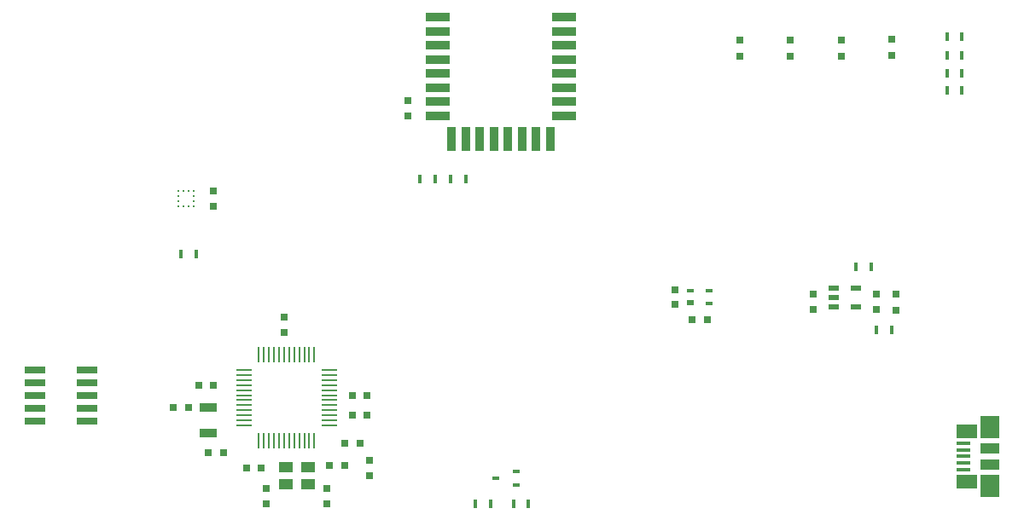
<source format=gtp>
G04 #@! TF.FileFunction,Paste,Top*
%FSLAX45Y45*%
G04 Gerber Fmt 4.5, Leading zero omitted, Abs format (unit mm)*
G04 Created by KiCad (PCBNEW 4.0.6-e0-6349~52~ubuntu16.10.1) date Thu May  4 19:45:57 2017*
%MOMM*%
%LPD*%
G01*
G04 APERTURE LIST*
%ADD10C,0.100000*%
%ADD11R,0.740000X0.690000*%
%ADD12R,0.690000X0.740000*%
%ADD13R,0.740000X0.740000*%
%ADD14R,2.040000X0.690000*%
%ADD15R,1.320000X0.390000*%
%ADD16R,2.040000X1.415000*%
%ADD17R,1.840000X1.115000*%
%ADD18R,1.840000X2.315000*%
%ADD19R,0.640000X0.390000*%
%ADD20R,0.440000X0.840000*%
%ADD21R,2.390000X0.940000*%
%ADD22R,0.940000X2.390000*%
%ADD23O,1.540000X0.240000*%
%ADD24O,0.240000X1.540000*%
%ADD25R,0.215000X0.190000*%
%ADD26R,0.190000X0.215000*%
%ADD27R,0.690000X0.440000*%
%ADD28R,0.690000X0.540000*%
%ADD29R,1.000000X0.590000*%
%ADD30R,1.740000X0.940000*%
%ADD31R,1.340000X1.140000*%
G04 APERTURE END LIST*
D10*
D11*
X11900000Y-10950000D03*
X11750000Y-10950000D03*
D12*
X14075000Y-7900000D03*
X14075000Y-8050000D03*
D11*
X12100000Y-11400000D03*
X12250000Y-11400000D03*
X12150000Y-10725000D03*
X12000000Y-10725000D03*
X12625000Y-11550000D03*
X12475000Y-11550000D03*
X13300000Y-11525000D03*
X13450000Y-11525000D03*
X13450000Y-11300000D03*
X13600000Y-11300000D03*
X13525000Y-11025000D03*
X13675000Y-11025000D03*
D12*
X12675000Y-11900000D03*
X12675000Y-11750000D03*
X12850000Y-10200000D03*
X12850000Y-10050000D03*
X13275000Y-11750000D03*
X13275000Y-11900000D03*
X13700000Y-11625000D03*
X13700000Y-11475000D03*
D11*
X13525000Y-10825000D03*
X13675000Y-10825000D03*
D12*
X12150000Y-8800000D03*
X12150000Y-8950000D03*
X16725000Y-9775000D03*
X16725000Y-9925000D03*
X18725000Y-9975000D03*
X18725000Y-9825000D03*
D11*
X17050000Y-10075000D03*
X16900000Y-10075000D03*
D12*
X18100000Y-9975000D03*
X18100000Y-9825000D03*
D13*
X17375000Y-7455000D03*
X17375000Y-7295000D03*
X17875000Y-7455000D03*
X17875000Y-7295000D03*
X18375000Y-7455000D03*
X18375000Y-7295000D03*
X18875000Y-7450000D03*
X18875000Y-7290000D03*
X18925000Y-9985000D03*
X18925000Y-9825000D03*
D14*
X10375000Y-10571000D03*
X10892000Y-10571000D03*
X10375000Y-10698000D03*
X10892000Y-10698000D03*
X10375000Y-10825000D03*
X10892000Y-10825000D03*
X10375000Y-10952000D03*
X10892000Y-10952000D03*
X10375000Y-11079000D03*
X10892000Y-11079000D03*
D15*
X19589000Y-11563750D03*
X19589000Y-11498750D03*
X19589000Y-11433750D03*
X19589000Y-11368750D03*
X19589000Y-11303750D03*
D16*
X19625000Y-11680000D03*
X19625000Y-11187500D03*
D17*
X19855000Y-11517500D03*
X19855000Y-11350000D03*
D18*
X19855000Y-11725000D03*
X19855000Y-11142500D03*
D19*
X15150000Y-11715000D03*
X15150000Y-11585000D03*
X14950000Y-11650000D03*
D20*
X14200000Y-8675000D03*
X14350000Y-8675000D03*
X14650000Y-8675000D03*
X14500000Y-8675000D03*
X19425000Y-7264400D03*
X19575000Y-7264400D03*
X19425000Y-7450000D03*
X19575000Y-7450000D03*
X19425000Y-7625000D03*
X19575000Y-7625000D03*
X19425000Y-7797800D03*
X19575000Y-7797800D03*
X11975000Y-9425000D03*
X11825000Y-9425000D03*
X15275000Y-11900000D03*
X15125000Y-11900000D03*
X14750000Y-11900000D03*
X14900000Y-11900000D03*
X18525000Y-9550000D03*
X18675000Y-9550000D03*
X18725000Y-10175000D03*
X18875000Y-10175000D03*
D21*
X14370500Y-7070000D03*
X14370500Y-7210000D03*
X14370500Y-7350000D03*
X14370500Y-7490000D03*
X14370500Y-7630000D03*
X14370500Y-7770000D03*
X14370500Y-7910000D03*
X14370500Y-8050000D03*
X15629500Y-7070000D03*
X15629500Y-7210000D03*
X15629500Y-7350000D03*
X15629500Y-7490000D03*
X15629500Y-7630000D03*
X15629500Y-7770000D03*
X15629500Y-7910000D03*
X15629500Y-8050000D03*
D22*
X14510000Y-8279500D03*
X14650000Y-8279500D03*
X14790000Y-8279500D03*
X14930000Y-8279500D03*
X15070000Y-8279500D03*
X15210000Y-8279500D03*
X15350000Y-8279500D03*
X15490000Y-8279500D03*
D23*
X12450000Y-10575000D03*
X12450000Y-10625000D03*
X12450000Y-10675000D03*
X12450000Y-10725000D03*
X12450000Y-10775000D03*
X12450000Y-10825000D03*
X12450000Y-10875000D03*
X12450000Y-10925000D03*
X12450000Y-10975000D03*
X12450000Y-11025000D03*
X12450000Y-11075000D03*
X12450000Y-11125000D03*
D24*
X12600000Y-11275000D03*
X12650000Y-11275000D03*
X12700000Y-11275000D03*
X12750000Y-11275000D03*
X12800000Y-11275000D03*
X12850000Y-11275000D03*
X12900000Y-11275000D03*
X12950000Y-11275000D03*
X13000000Y-11275000D03*
X13050000Y-11275000D03*
X13100000Y-11275000D03*
X13150000Y-11275000D03*
D23*
X13300000Y-11125000D03*
X13300000Y-11075000D03*
X13300000Y-11025000D03*
X13300000Y-10975000D03*
X13300000Y-10925000D03*
X13300000Y-10875000D03*
X13300000Y-10825000D03*
X13300000Y-10775000D03*
X13300000Y-10725000D03*
X13300000Y-10675000D03*
X13300000Y-10625000D03*
X13300000Y-10575000D03*
D24*
X13150000Y-10425000D03*
X13100000Y-10425000D03*
X13050000Y-10425000D03*
X13000000Y-10425000D03*
X12950000Y-10425000D03*
X12900000Y-10425000D03*
X12850000Y-10425000D03*
X12800000Y-10425000D03*
X12750000Y-10425000D03*
X12700000Y-10425000D03*
X12650000Y-10425000D03*
X12600000Y-10425000D03*
D25*
X11800000Y-8800000D03*
X11800000Y-8850000D03*
X11800000Y-8900000D03*
X11800000Y-8950000D03*
D26*
X11851250Y-8951250D03*
X11901250Y-8951250D03*
D25*
X11952500Y-8800000D03*
X11952500Y-8950000D03*
X11952500Y-8850000D03*
X11952500Y-8900000D03*
D26*
X11851250Y-8798750D03*
X11901250Y-8798750D03*
D27*
X16882500Y-9785000D03*
X17067500Y-9785000D03*
D28*
X16882500Y-9910000D03*
D27*
X17067500Y-9915000D03*
D29*
X18305000Y-9760000D03*
X18305000Y-9855000D03*
X18305000Y-9950000D03*
X18525000Y-9950000D03*
X18525000Y-9760000D03*
D30*
X12100000Y-10950000D03*
X12100000Y-11200000D03*
D31*
X12865000Y-11710000D03*
X13085000Y-11710000D03*
X13085000Y-11540000D03*
X12865000Y-11540000D03*
M02*

</source>
